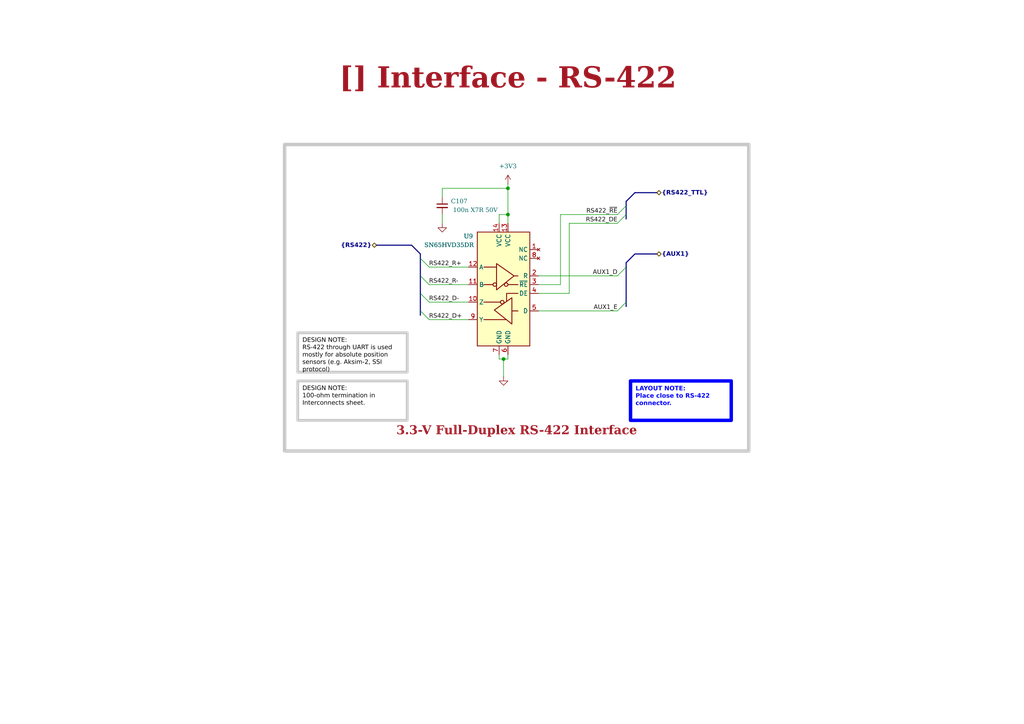
<source format=kicad_sch>
(kicad_sch
	(version 20231120)
	(generator "eeschema")
	(generator_version "8.0")
	(uuid "ea8c4f5e-7a49-4faf-a994-dbc85ed86b0a")
	(paper "A4")
	(title_block
		(title "Interface - RS-422")
		(date "2023-10-15")
		(rev "${REVISION}")
		(company "${COMPANY}")
	)
	(lib_symbols
		(symbol "0_interface_uart:SN65HVD35DR"
			(exclude_from_sim no)
			(in_bom yes)
			(on_board yes)
			(property "Reference" "U"
				(at -7.62 19.05 0)
				(effects
					(font
						(size 1.27 1.27)
					)
				)
			)
			(property "Value" "SN65HVD35DR"
				(at 10.16 -16.51 0)
				(effects
					(font
						(size 1.27 1.27)
					)
				)
			)
			(property "Footprint" "0_interface_uart:SOIC-14 5.4mm"
				(at 0 -22.86 0)
				(effects
					(font
						(size 1.27 1.27)
					)
					(hide yes)
				)
			)
			(property "Datasheet" "https://www.ti.com/lit/ds/symlink/sn65hvd30.pdf"
				(at 1.27 -26.67 0)
				(effects
					(font
						(size 1.27 1.27)
					)
					(hide yes)
				)
			)
			(property "Description" "Full-Duplex RS-485 Drivers and Receivers, DFN-10"
				(at 0 0 0)
				(effects
					(font
						(size 1.27 1.27)
					)
					(hide yes)
				)
			)
			(property "ki_keywords" "RS485 RS422 transceiver full duplex"
				(at 0 0 0)
				(effects
					(font
						(size 1.27 1.27)
					)
					(hide yes)
				)
			)
			(property "ki_fp_filters" "DFN*3x3mm*P0.5mm*"
				(at 0 0 0)
				(effects
					(font
						(size 1.27 1.27)
					)
					(hide yes)
				)
			)
			(symbol "SN65HVD35DR_0_1"
				(rectangle
					(start -7.62 17.78)
					(end 7.62 -15.24)
					(stroke
						(width 0.254)
						(type default)
					)
					(fill
						(type background)
					)
				)
			)
			(symbol "SN65HVD35DR_1_1"
				(circle
					(center -0.762 2.54)
					(radius 0.508)
					(stroke
						(width 0.254)
						(type default)
					)
					(fill
						(type none)
					)
				)
				(polyline
					(pts
						(xy -4.191 2.54) (xy -1.27 2.54)
					)
					(stroke
						(width 0.254)
						(type default)
					)
					(fill
						(type none)
					)
				)
				(polyline
					(pts
						(xy -2.54 -5.08) (xy -4.191 -5.08)
					)
					(stroke
						(width 0.254)
						(type default)
					)
					(fill
						(type none)
					)
				)
				(polyline
					(pts
						(xy -0.635 -7.62) (xy 5.715 -7.62)
					)
					(stroke
						(width 0.254)
						(type default)
					)
					(fill
						(type none)
					)
				)
				(polyline
					(pts
						(xy 0.889 -2.54) (xy 5.715 -2.54)
					)
					(stroke
						(width 0.254)
						(type default)
					)
					(fill
						(type none)
					)
				)
				(polyline
					(pts
						(xy 2.032 7.62) (xy 5.715 7.62)
					)
					(stroke
						(width 0.254)
						(type default)
					)
					(fill
						(type none)
					)
				)
				(polyline
					(pts
						(xy 3.048 2.54) (xy 5.715 2.54)
					)
					(stroke
						(width 0.254)
						(type default)
					)
					(fill
						(type none)
					)
				)
				(polyline
					(pts
						(xy -4.191 0) (xy -0.889 0) (xy -0.889 -2.286)
					)
					(stroke
						(width 0.254)
						(type default)
					)
					(fill
						(type none)
					)
				)
				(polyline
					(pts
						(xy -3.175 5.08) (xy -4.191 5.08) (xy -4.064 5.08)
					)
					(stroke
						(width 0.254)
						(type default)
					)
					(fill
						(type none)
					)
				)
				(polyline
					(pts
						(xy -2.413 -5.08) (xy -2.413 -1.27) (xy 2.667 -4.826) (xy -2.413 -8.89) (xy -2.413 -5.08)
					)
					(stroke
						(width 0.254)
						(type default)
					)
					(fill
						(type none)
					)
				)
				(polyline
					(pts
						(xy 2.032 4.826) (xy 2.032 8.636) (xy -3.048 5.08) (xy 2.032 1.016) (xy 2.032 4.826)
					)
					(stroke
						(width 0.254)
						(type default)
					)
					(fill
						(type none)
					)
				)
				(circle
					(center 0.381 -2.54)
					(radius 0.508)
					(stroke
						(width 0.254)
						(type default)
					)
					(fill
						(type none)
					)
				)
				(circle
					(center 2.54 2.54)
					(radius 0.508)
					(stroke
						(width 0.254)
						(type default)
					)
					(fill
						(type none)
					)
				)
				(pin no_connect line
					(at -10.16 12.7 0)
					(length 2.54)
					(name "NC"
						(effects
							(font
								(size 1.27 1.27)
							)
						)
					)
					(number "1"
						(effects
							(font
								(size 1.27 1.27)
							)
						)
					)
				)
				(pin output line
					(at 10.16 -2.54 180)
					(length 2.54)
					(name "Z"
						(effects
							(font
								(size 1.27 1.27)
							)
						)
					)
					(number "10"
						(effects
							(font
								(size 1.27 1.27)
							)
						)
					)
				)
				(pin input line
					(at 10.16 2.54 180)
					(length 2.54)
					(name "B"
						(effects
							(font
								(size 1.27 1.27)
							)
						)
					)
					(number "11"
						(effects
							(font
								(size 1.27 1.27)
							)
						)
					)
				)
				(pin input line
					(at 10.16 7.62 180)
					(length 2.54)
					(name "A"
						(effects
							(font
								(size 1.27 1.27)
							)
						)
					)
					(number "12"
						(effects
							(font
								(size 1.27 1.27)
							)
						)
					)
				)
				(pin power_in line
					(at -1.27 20.32 270)
					(length 2.54)
					(name "VCC"
						(effects
							(font
								(size 1.27 1.27)
							)
						)
					)
					(number "13"
						(effects
							(font
								(size 1.27 1.27)
							)
						)
					)
				)
				(pin power_in line
					(at 1.27 20.32 270)
					(length 2.54)
					(name "VCC"
						(effects
							(font
								(size 1.27 1.27)
							)
						)
					)
					(number "14"
						(effects
							(font
								(size 1.27 1.27)
							)
						)
					)
				)
				(pin output line
					(at -10.16 5.08 0)
					(length 2.54)
					(name "R"
						(effects
							(font
								(size 1.27 1.27)
							)
						)
					)
					(number "2"
						(effects
							(font
								(size 1.27 1.27)
							)
						)
					)
				)
				(pin input line
					(at -10.16 2.54 0)
					(length 2.54)
					(name "~{RE}"
						(effects
							(font
								(size 1.27 1.27)
							)
						)
					)
					(number "3"
						(effects
							(font
								(size 1.27 1.27)
							)
						)
					)
				)
				(pin input line
					(at -10.16 0 0)
					(length 2.54)
					(name "DE"
						(effects
							(font
								(size 1.27 1.27)
							)
						)
					)
					(number "4"
						(effects
							(font
								(size 1.27 1.27)
							)
						)
					)
				)
				(pin input line
					(at -10.16 -5.08 0)
					(length 2.54)
					(name "D"
						(effects
							(font
								(size 1.27 1.27)
							)
						)
					)
					(number "5"
						(effects
							(font
								(size 1.27 1.27)
							)
						)
					)
				)
				(pin power_in line
					(at -1.27 -17.78 90)
					(length 2.54)
					(name "GND"
						(effects
							(font
								(size 1.27 1.27)
							)
						)
					)
					(number "6"
						(effects
							(font
								(size 1.27 1.27)
							)
						)
					)
				)
				(pin power_in line
					(at 1.27 -17.78 90)
					(length 2.54)
					(name "GND"
						(effects
							(font
								(size 1.27 1.27)
							)
						)
					)
					(number "7"
						(effects
							(font
								(size 1.27 1.27)
							)
						)
					)
				)
				(pin no_connect line
					(at -10.16 10.16 0)
					(length 2.54)
					(name "NC"
						(effects
							(font
								(size 1.27 1.27)
							)
						)
					)
					(number "8"
						(effects
							(font
								(size 1.27 1.27)
							)
						)
					)
				)
				(pin output line
					(at 10.16 -7.62 180)
					(length 2.54)
					(name "Y"
						(effects
							(font
								(size 1.27 1.27)
							)
						)
					)
					(number "9"
						(effects
							(font
								(size 1.27 1.27)
							)
						)
					)
				)
			)
		)
		(symbol "Device:C_Small"
			(pin_numbers hide)
			(pin_names
				(offset 0.254) hide)
			(exclude_from_sim no)
			(in_bom yes)
			(on_board yes)
			(property "Reference" "C"
				(at 0.254 1.778 0)
				(effects
					(font
						(size 1.27 1.27)
					)
					(justify left)
				)
			)
			(property "Value" "C_Small"
				(at 0.254 -2.032 0)
				(effects
					(font
						(size 1.27 1.27)
					)
					(justify left)
				)
			)
			(property "Footprint" ""
				(at 0 0 0)
				(effects
					(font
						(size 1.27 1.27)
					)
					(hide yes)
				)
			)
			(property "Datasheet" "~"
				(at 0 0 0)
				(effects
					(font
						(size 1.27 1.27)
					)
					(hide yes)
				)
			)
			(property "Description" "Unpolarized capacitor, small symbol"
				(at 0 0 0)
				(effects
					(font
						(size 1.27 1.27)
					)
					(hide yes)
				)
			)
			(property "ki_keywords" "capacitor cap"
				(at 0 0 0)
				(effects
					(font
						(size 1.27 1.27)
					)
					(hide yes)
				)
			)
			(property "ki_fp_filters" "C_*"
				(at 0 0 0)
				(effects
					(font
						(size 1.27 1.27)
					)
					(hide yes)
				)
			)
			(symbol "C_Small_0_1"
				(polyline
					(pts
						(xy -1.524 -0.508) (xy 1.524 -0.508)
					)
					(stroke
						(width 0.3302)
						(type default)
					)
					(fill
						(type none)
					)
				)
				(polyline
					(pts
						(xy -1.524 0.508) (xy 1.524 0.508)
					)
					(stroke
						(width 0.3048)
						(type default)
					)
					(fill
						(type none)
					)
				)
			)
			(symbol "C_Small_1_1"
				(pin passive line
					(at 0 2.54 270)
					(length 2.032)
					(name "~"
						(effects
							(font
								(size 1.27 1.27)
							)
						)
					)
					(number "1"
						(effects
							(font
								(size 1.27 1.27)
							)
						)
					)
				)
				(pin passive line
					(at 0 -2.54 90)
					(length 2.032)
					(name "~"
						(effects
							(font
								(size 1.27 1.27)
							)
						)
					)
					(number "2"
						(effects
							(font
								(size 1.27 1.27)
							)
						)
					)
				)
			)
		)
		(symbol "power:+3V3"
			(power)
			(pin_names
				(offset 0)
			)
			(exclude_from_sim no)
			(in_bom yes)
			(on_board yes)
			(property "Reference" "#PWR"
				(at 0 -3.81 0)
				(effects
					(font
						(size 1.27 1.27)
					)
					(hide yes)
				)
			)
			(property "Value" "+3V3"
				(at 0 3.556 0)
				(effects
					(font
						(size 1.27 1.27)
					)
				)
			)
			(property "Footprint" ""
				(at 0 0 0)
				(effects
					(font
						(size 1.27 1.27)
					)
					(hide yes)
				)
			)
			(property "Datasheet" ""
				(at 0 0 0)
				(effects
					(font
						(size 1.27 1.27)
					)
					(hide yes)
				)
			)
			(property "Description" "Power symbol creates a global label with name \"+3V3\""
				(at 0 0 0)
				(effects
					(font
						(size 1.27 1.27)
					)
					(hide yes)
				)
			)
			(property "ki_keywords" "global power"
				(at 0 0 0)
				(effects
					(font
						(size 1.27 1.27)
					)
					(hide yes)
				)
			)
			(symbol "+3V3_0_1"
				(polyline
					(pts
						(xy -0.762 1.27) (xy 0 2.54)
					)
					(stroke
						(width 0)
						(type default)
					)
					(fill
						(type none)
					)
				)
				(polyline
					(pts
						(xy 0 0) (xy 0 2.54)
					)
					(stroke
						(width 0)
						(type default)
					)
					(fill
						(type none)
					)
				)
				(polyline
					(pts
						(xy 0 2.54) (xy 0.762 1.27)
					)
					(stroke
						(width 0)
						(type default)
					)
					(fill
						(type none)
					)
				)
			)
			(symbol "+3V3_1_1"
				(pin power_in line
					(at 0 0 90)
					(length 0) hide
					(name "+3V3"
						(effects
							(font
								(size 1.27 1.27)
							)
						)
					)
					(number "1"
						(effects
							(font
								(size 1.27 1.27)
							)
						)
					)
				)
			)
		)
		(symbol "power:GND"
			(power)
			(pin_names
				(offset 0)
			)
			(exclude_from_sim no)
			(in_bom yes)
			(on_board yes)
			(property "Reference" "#PWR"
				(at 0 -6.35 0)
				(effects
					(font
						(size 1.27 1.27)
					)
					(hide yes)
				)
			)
			(property "Value" "GND"
				(at 0 -3.81 0)
				(effects
					(font
						(size 1.27 1.27)
					)
				)
			)
			(property "Footprint" ""
				(at 0 0 0)
				(effects
					(font
						(size 1.27 1.27)
					)
					(hide yes)
				)
			)
			(property "Datasheet" ""
				(at 0 0 0)
				(effects
					(font
						(size 1.27 1.27)
					)
					(hide yes)
				)
			)
			(property "Description" "Power symbol creates a global label with name \"GND\" , ground"
				(at 0 0 0)
				(effects
					(font
						(size 1.27 1.27)
					)
					(hide yes)
				)
			)
			(property "ki_keywords" "global power"
				(at 0 0 0)
				(effects
					(font
						(size 1.27 1.27)
					)
					(hide yes)
				)
			)
			(symbol "GND_0_1"
				(polyline
					(pts
						(xy 0 0) (xy 0 -1.27) (xy 1.27 -1.27) (xy 0 -2.54) (xy -1.27 -1.27) (xy 0 -1.27)
					)
					(stroke
						(width 0)
						(type default)
					)
					(fill
						(type none)
					)
				)
			)
			(symbol "GND_1_1"
				(pin power_in line
					(at 0 0 270)
					(length 0) hide
					(name "GND"
						(effects
							(font
								(size 1.27 1.27)
							)
						)
					)
					(number "1"
						(effects
							(font
								(size 1.27 1.27)
							)
						)
					)
				)
			)
		)
	)
	(junction
		(at 146.05 104.14)
		(diameter 0)
		(color 0 0 0 0)
		(uuid "41b13aae-793b-4d71-9363-04e395836c86")
	)
	(junction
		(at 147.32 54.61)
		(diameter 0)
		(color 0 0 0 0)
		(uuid "5678c77c-55c0-4f63-b7e2-c038a5a67a61")
	)
	(junction
		(at 147.32 62.23)
		(diameter 0)
		(color 0 0 0 0)
		(uuid "70d56413-87f2-4fd4-b4a8-bab731d063b2")
	)
	(bus_entry
		(at 179.07 90.17)
		(size 2.54 -2.54)
		(stroke
			(width 0)
			(type default)
		)
		(uuid "0ee55ace-5508-47d3-abf1-6df616032e28")
	)
	(bus_entry
		(at 179.07 64.77)
		(size 2.54 -2.54)
		(stroke
			(width 0)
			(type default)
		)
		(uuid "31ce6b97-49ca-4ebd-ba01-5cf7f1fa63eb")
	)
	(bus_entry
		(at 179.07 62.23)
		(size 2.54 -2.54)
		(stroke
			(width 0)
			(type default)
		)
		(uuid "3b7f786e-4ce4-423a-8d12-981a8c9571ff")
	)
	(bus_entry
		(at 121.92 90.17)
		(size 2.54 2.54)
		(stroke
			(width 0)
			(type default)
		)
		(uuid "3c043b0a-e693-4991-8deb-452483e1d762")
	)
	(bus_entry
		(at 121.92 80.01)
		(size 2.54 2.54)
		(stroke
			(width 0)
			(type default)
		)
		(uuid "4310e43b-1887-4111-bd3d-23674d8604dc")
	)
	(bus_entry
		(at 121.92 74.93)
		(size 2.54 2.54)
		(stroke
			(width 0)
			(type default)
		)
		(uuid "444b5739-7f42-4a15-bd2c-80b94bb15aab")
	)
	(bus_entry
		(at 179.07 80.01)
		(size 2.54 -2.54)
		(stroke
			(width 0)
			(type default)
		)
		(uuid "c0a681e7-0112-4b4c-9bf9-903ce98b17f0")
	)
	(bus_entry
		(at 121.92 85.09)
		(size 2.54 2.54)
		(stroke
			(width 0)
			(type default)
		)
		(uuid "cc4be3f3-c3ac-4fbb-8fb8-de9926fd5958")
	)
	(wire
		(pts
			(xy 146.05 104.14) (xy 147.32 104.14)
		)
		(stroke
			(width 0)
			(type default)
		)
		(uuid "00199f0c-a3a7-44e6-98fd-921444f96596")
	)
	(wire
		(pts
			(xy 147.32 54.61) (xy 147.32 62.23)
		)
		(stroke
			(width 0)
			(type default)
		)
		(uuid "02b8faaa-ccbd-457f-9b30-3c999bfd07ac")
	)
	(wire
		(pts
			(xy 124.46 92.71) (xy 135.89 92.71)
		)
		(stroke
			(width 0)
			(type default)
		)
		(uuid "04be2095-540a-41a8-a25e-1276d29464f6")
	)
	(bus
		(pts
			(xy 184.15 73.66) (xy 181.61 76.2)
		)
		(stroke
			(width 0)
			(type default)
		)
		(uuid "10c3831b-9af1-41be-b76d-845a39f9a603")
	)
	(wire
		(pts
			(xy 124.46 82.55) (xy 135.89 82.55)
		)
		(stroke
			(width 0)
			(type default)
		)
		(uuid "113d9ebf-f756-4758-976b-50cfa0a3e1d3")
	)
	(bus
		(pts
			(xy 181.61 87.63) (xy 181.61 88.9)
		)
		(stroke
			(width 0)
			(type default)
		)
		(uuid "13a3a034-8d74-45cc-a98f-4592f412ade2")
	)
	(wire
		(pts
			(xy 144.78 104.14) (xy 144.78 102.87)
		)
		(stroke
			(width 0)
			(type default)
		)
		(uuid "20e1a266-3377-432f-a7cb-fc3fcb750325")
	)
	(wire
		(pts
			(xy 144.78 62.23) (xy 144.78 64.77)
		)
		(stroke
			(width 0)
			(type default)
		)
		(uuid "2709aad7-5597-49ee-acf7-c97731d71533")
	)
	(bus
		(pts
			(xy 121.92 80.01) (xy 121.92 85.09)
		)
		(stroke
			(width 0)
			(type default)
		)
		(uuid "2877ab09-c1be-41d8-9a11-bec3880d7b05")
	)
	(bus
		(pts
			(xy 121.92 73.66) (xy 121.92 74.93)
		)
		(stroke
			(width 0)
			(type default)
		)
		(uuid "2c96acfb-5420-4316-a277-bf203b7d6c4c")
	)
	(wire
		(pts
			(xy 156.21 80.01) (xy 179.07 80.01)
		)
		(stroke
			(width 0)
			(type default)
		)
		(uuid "33dd666b-fad1-4723-9a04-083ece8f1ed8")
	)
	(bus
		(pts
			(xy 121.92 74.93) (xy 121.92 80.01)
		)
		(stroke
			(width 0)
			(type default)
		)
		(uuid "38d2499a-372d-4ebe-8368-ac16e066a8f7")
	)
	(bus
		(pts
			(xy 119.38 71.12) (xy 121.92 73.66)
		)
		(stroke
			(width 0)
			(type default)
		)
		(uuid "3c5ca578-4bf5-472c-aaf3-6a69cc822967")
	)
	(bus
		(pts
			(xy 109.22 71.12) (xy 119.38 71.12)
		)
		(stroke
			(width 0)
			(type default)
		)
		(uuid "4486ada3-3191-4f4b-a8aa-4cb4cf698f81")
	)
	(bus
		(pts
			(xy 181.61 76.2) (xy 181.61 77.47)
		)
		(stroke
			(width 0)
			(type default)
		)
		(uuid "62597ff8-bffa-4450-8a84-921e4e8c8fd2")
	)
	(bus
		(pts
			(xy 181.61 62.23) (xy 181.61 63.5)
		)
		(stroke
			(width 0)
			(type default)
		)
		(uuid "64eac643-560f-44d2-a44d-3bc36e9708e4")
	)
	(wire
		(pts
			(xy 128.27 64.77) (xy 128.27 62.23)
		)
		(stroke
			(width 0)
			(type default)
		)
		(uuid "67222163-4554-4a54-b9bd-4814ebee4962")
	)
	(wire
		(pts
			(xy 128.27 54.61) (xy 147.32 54.61)
		)
		(stroke
			(width 0)
			(type default)
		)
		(uuid "717c5ba7-0736-4e76-98ac-09f9cf8a236c")
	)
	(wire
		(pts
			(xy 147.32 62.23) (xy 147.32 64.77)
		)
		(stroke
			(width 0)
			(type default)
		)
		(uuid "7fe6615e-dab7-4c07-b455-4a02dd10e5d1")
	)
	(wire
		(pts
			(xy 165.1 85.09) (xy 156.21 85.09)
		)
		(stroke
			(width 0)
			(type default)
		)
		(uuid "869808fa-3311-4341-ae39-1c3168bd7caf")
	)
	(wire
		(pts
			(xy 128.27 57.15) (xy 128.27 54.61)
		)
		(stroke
			(width 0)
			(type default)
		)
		(uuid "890c9a60-e5f6-41e7-8183-ac87b4eca840")
	)
	(bus
		(pts
			(xy 181.61 59.69) (xy 181.61 62.23)
		)
		(stroke
			(width 0)
			(type default)
		)
		(uuid "898add16-ff0b-4d53-845d-11ae3e55eae4")
	)
	(wire
		(pts
			(xy 124.46 87.63) (xy 135.89 87.63)
		)
		(stroke
			(width 0)
			(type default)
		)
		(uuid "8b401e81-af98-4786-bf24-a098db464f02")
	)
	(bus
		(pts
			(xy 184.15 55.88) (xy 181.61 58.42)
		)
		(stroke
			(width 0)
			(type default)
		)
		(uuid "8d605d90-b18e-4d50-9090-725cdf959a5f")
	)
	(wire
		(pts
			(xy 162.56 82.55) (xy 162.56 62.23)
		)
		(stroke
			(width 0)
			(type default)
		)
		(uuid "8d6ddfc2-f0c8-43bc-9133-27a661acfbfa")
	)
	(wire
		(pts
			(xy 124.46 77.47) (xy 135.89 77.47)
		)
		(stroke
			(width 0)
			(type default)
		)
		(uuid "8e6a9803-3157-49ec-9a6a-232715e532a3")
	)
	(bus
		(pts
			(xy 184.15 73.66) (xy 190.5 73.66)
		)
		(stroke
			(width 0)
			(type default)
		)
		(uuid "9359976b-9bd6-4d1f-8e30-bac21e79766c")
	)
	(bus
		(pts
			(xy 121.92 90.17) (xy 121.92 91.44)
		)
		(stroke
			(width 0)
			(type default)
		)
		(uuid "98a9f613-6ff7-42f1-9823-76984a0f1e48")
	)
	(wire
		(pts
			(xy 165.1 64.77) (xy 179.07 64.77)
		)
		(stroke
			(width 0)
			(type default)
		)
		(uuid "99083c7b-600c-4117-8b39-9d8b94e2e2b7")
	)
	(wire
		(pts
			(xy 147.32 102.87) (xy 147.32 104.14)
		)
		(stroke
			(width 0)
			(type default)
		)
		(uuid "9c8e99ca-8765-4803-af24-1714ad5f69c1")
	)
	(wire
		(pts
			(xy 162.56 62.23) (xy 179.07 62.23)
		)
		(stroke
			(width 0)
			(type default)
		)
		(uuid "b8fa7b0f-193c-4e9f-a9fe-d745aa973d40")
	)
	(wire
		(pts
			(xy 165.1 64.77) (xy 165.1 85.09)
		)
		(stroke
			(width 0)
			(type default)
		)
		(uuid "c461d0b9-99dd-40df-be08-8cd9d1a3342c")
	)
	(wire
		(pts
			(xy 156.21 90.17) (xy 179.07 90.17)
		)
		(stroke
			(width 0)
			(type default)
		)
		(uuid "cb9076e7-8587-46ea-b21f-0ce1561a01aa")
	)
	(bus
		(pts
			(xy 121.92 85.09) (xy 121.92 90.17)
		)
		(stroke
			(width 0)
			(type default)
		)
		(uuid "d1572b2f-c61f-42a1-8865-6416071b5994")
	)
	(wire
		(pts
			(xy 144.78 62.23) (xy 147.32 62.23)
		)
		(stroke
			(width 0)
			(type default)
		)
		(uuid "d3706863-0c78-4068-bef3-51a3cb29b984")
	)
	(bus
		(pts
			(xy 184.15 55.88) (xy 190.5 55.88)
		)
		(stroke
			(width 0)
			(type default)
		)
		(uuid "dc364b17-3b1b-4de3-a5da-0a6c73b52903")
	)
	(wire
		(pts
			(xy 156.21 82.55) (xy 162.56 82.55)
		)
		(stroke
			(width 0)
			(type default)
		)
		(uuid "e213a60b-ecb7-4b9b-93a3-7755410b77a0")
	)
	(bus
		(pts
			(xy 181.61 77.47) (xy 181.61 87.63)
		)
		(stroke
			(width 0)
			(type default)
		)
		(uuid "ebe4ae47-506c-4d73-980a-f5891576a815")
	)
	(bus
		(pts
			(xy 181.61 58.42) (xy 181.61 59.69)
		)
		(stroke
			(width 0)
			(type default)
		)
		(uuid "edb146eb-0ab5-44e6-ae59-7c2caace5f86")
	)
	(wire
		(pts
			(xy 147.32 53.34) (xy 147.32 54.61)
		)
		(stroke
			(width 0)
			(type default)
		)
		(uuid "ee96d5cd-5bad-47ba-be78-4338d4d70c7e")
	)
	(wire
		(pts
			(xy 146.05 104.14) (xy 144.78 104.14)
		)
		(stroke
			(width 0)
			(type default)
		)
		(uuid "f47a332d-8388-4b84-8724-e160fba50283")
	)
	(wire
		(pts
			(xy 146.05 109.22) (xy 146.05 104.14)
		)
		(stroke
			(width 0)
			(type default)
		)
		(uuid "f5b80b4f-e6c0-4605-852a-c613ae9566fd")
	)
	(rectangle
		(start 82.55 41.91)
		(end 217.17 130.81)
		(stroke
			(width 1)
			(type default)
			(color 200 200 200 1)
		)
		(fill
			(type none)
		)
		(uuid f8d2ae4c-c0f9-4388-aa8f-69ed2f57389d)
	)
	(text_box "LAYOUT NOTE:\nPlace close to RS-422 connector."
		(exclude_from_sim no)
		(at 182.88 110.49 0)
		(size 29.21 11.43)
		(stroke
			(width 1)
			(type solid)
			(color 0 0 255 1)
		)
		(fill
			(type none)
		)
		(effects
			(font
				(face "Arial")
				(size 1.27 1.27)
				(thickness 0.4)
				(bold yes)
				(color 0 0 255 1)
			)
			(justify left top)
		)
		(uuid "2062fa26-3463-481c-9bda-d9e69d4e3d15")
	)
	(text_box "DESIGN NOTE:\nRS-422 through UART is used mostly for absolute position sensors (e.g. Aksim-2, SSI protocol)"
		(exclude_from_sim no)
		(at 86.36 96.52 0)
		(size 31.75 11.43)
		(stroke
			(width 0.8)
			(type solid)
			(color 200 200 200 1)
		)
		(fill
			(type none)
		)
		(effects
			(font
				(face "Arial")
				(size 1.27 1.27)
				(color 0 0 0 1)
			)
			(justify left top)
		)
		(uuid "42017d90-04c3-455c-8e8e-9b068242d17e")
	)
	(text_box "DESIGN NOTE:\n100-ohm termination in Interconnects sheet."
		(exclude_from_sim no)
		(at 86.36 110.49 0)
		(size 31.75 11.43)
		(stroke
			(width 0.8)
			(type solid)
			(color 200 200 200 1)
		)
		(fill
			(type none)
		)
		(effects
			(font
				(face "Arial")
				(size 1.27 1.27)
				(color 0 0 0 1)
			)
			(justify left top)
		)
		(uuid "aaf6c798-9e22-4514-9f2c-fa1877fc0545")
	)
	(text_box "3.3-V Full-Duplex RS-422 Interface"
		(exclude_from_sim no)
		(at 83.82 119.38 0)
		(size 132.08 8.89)
		(stroke
			(width -0.0001)
			(type default)
		)
		(fill
			(type none)
		)
		(effects
			(font
				(face "Times New Roman")
				(size 2.54 2.54)
				(thickness 0.508)
				(bold yes)
				(color 162 22 34 1)
			)
			(justify bottom)
		)
		(uuid "c0a3a25c-2ad5-4f4a-8242-6059205fc2ad")
	)
	(text_box "[${#}] ${TITLE}"
		(exclude_from_sim no)
		(at 78.74 16.51 0)
		(size 137.16 12.7)
		(stroke
			(width -0.0001)
			(type default)
		)
		(fill
			(type none)
		)
		(effects
			(font
				(face "Times New Roman")
				(size 6 6)
				(thickness 1.2)
				(bold yes)
				(color 162 22 34 1)
			)
		)
		(uuid "c735f9ec-0378-4258-b9f8-5758c1a63810")
	)
	(label "RS422_~{RE}"
		(at 179.07 62.23 180)
		(fields_autoplaced yes)
		(effects
			(font
				(face "Arial")
				(size 1.27 1.27)
			)
			(justify right bottom)
		)
		(uuid "18bcdd2c-2520-46ad-9e79-8fbf55bb3cb3")
	)
	(label "RS422_D-"
		(at 124.46 87.63 0)
		(fields_autoplaced yes)
		(effects
			(font
				(face "Arial")
				(size 1.27 1.27)
			)
			(justify left bottom)
		)
		(uuid "1b97778c-1695-4be3-8cd2-3f82f23c0e34")
	)
	(label "RS422_D+"
		(at 124.46 92.71 0)
		(fields_autoplaced yes)
		(effects
			(font
				(face "Arial")
				(size 1.27 1.27)
			)
			(justify left bottom)
		)
		(uuid "44fe1f59-c0c9-46e6-9ea6-fe6f95f8435e")
	)
	(label "RS422_R+"
		(at 124.46 77.47 0)
		(fields_autoplaced yes)
		(effects
			(font
				(face "Arial")
				(size 1.27 1.27)
			)
			(justify left bottom)
		)
		(uuid "4b9bcdd5-d45f-4d6d-873c-3adf46f39b4d")
	)
	(label "AUX1_E"
		(at 179.07 90.17 180)
		(fields_autoplaced yes)
		(effects
			(font
				(face "Arial")
				(size 1.27 1.27)
			)
			(justify right bottom)
		)
		(uuid "4e9d9ef5-2423-4f6e-850a-400414e16a91")
	)
	(label "AUX1_D"
		(at 179.07 80.01 180)
		(fields_autoplaced yes)
		(effects
			(font
				(face "Arial")
				(size 1.27 1.27)
			)
			(justify right bottom)
		)
		(uuid "abef9605-c69a-47a8-9ffd-42b57aff8520")
	)
	(label "RS422_DE"
		(at 179.07 64.77 180)
		(fields_autoplaced yes)
		(effects
			(font
				(face "Arial")
				(size 1.27 1.27)
			)
			(justify right bottom)
		)
		(uuid "c3568532-9732-42b6-a64b-9f06d6b67482")
	)
	(label "RS422_R-"
		(at 124.46 82.55 0)
		(fields_autoplaced yes)
		(effects
			(font
				(face "Arial")
				(size 1.27 1.27)
			)
			(justify left bottom)
		)
		(uuid "e9397590-8039-465d-86a0-c106f70180d8")
	)
	(hierarchical_label "{RS422}"
		(shape bidirectional)
		(at 109.22 71.12 180)
		(fields_autoplaced yes)
		(effects
			(font
				(face "Arial")
				(size 1.27 1.27)
				(bold yes)
			)
			(justify right)
		)
		(uuid "2da82510-1a6f-4977-a60d-fe3e800c687f")
	)
	(hierarchical_label "{AUX1}"
		(shape bidirectional)
		(at 190.5 73.66 0)
		(fields_autoplaced yes)
		(effects
			(font
				(face "Arial")
				(size 1.27 1.27)
				(bold yes)
			)
			(justify left)
		)
		(uuid "4940b27b-48a7-4efb-a4dc-5ea2058e4354")
	)
	(hierarchical_label "{RS422_TTL}"
		(shape bidirectional)
		(at 190.5 55.88 0)
		(fields_autoplaced yes)
		(effects
			(font
				(face "Arial")
				(size 1.27 1.27)
				(bold yes)
			)
			(justify left)
		)
		(uuid "798d9341-dc5d-4cca-bbd6-6165d23ee3d4")
	)
	(symbol
		(lib_id "power:+3V3")
		(at 147.32 53.34 0)
		(unit 1)
		(exclude_from_sim no)
		(in_bom yes)
		(on_board yes)
		(dnp no)
		(fields_autoplaced yes)
		(uuid "6226abcd-0a72-40dc-8a0a-3da7e24d0dfc")
		(property "Reference" "#PWR054"
			(at 147.32 57.15 0)
			(effects
				(font
					(face "Times New Roman")
					(size 1.27 1.27)
				)
				(hide yes)
			)
		)
		(property "Value" "+3V3"
			(at 147.32 48.26 0)
			(effects
				(font
					(face "Times New Roman")
					(size 1.27 1.27)
				)
			)
		)
		(property "Footprint" ""
			(at 147.32 53.34 0)
			(effects
				(font
					(face "Times New Roman")
					(size 1.27 1.27)
				)
				(hide yes)
			)
		)
		(property "Datasheet" ""
			(at 147.32 53.34 0)
			(effects
				(font
					(face "Times New Roman")
					(size 1.27 1.27)
				)
				(hide yes)
			)
		)
		(property "Description" ""
			(at 147.32 53.34 0)
			(effects
				(font
					(face "Times New Roman")
					(size 1.27 1.27)
				)
				(hide yes)
			)
		)
		(pin "1"
			(uuid "73c4e0f3-a4d4-45d2-b8e0-f0732813c4cc")
		)
		(instances
			(project "pcb2blender_tmp"
				(path "/0650c7a8-acba-429c-9f8e-eec0baf0bc1c/fede4c36-00cc-4d3d-b71c-5243ba232202/a62105fd-dfaf-4ee0-a401-8aa0e7120758"
					(reference "#PWR054")
					(unit 1)
				)
			)
		)
	)
	(symbol
		(lib_id "Device:C_Small")
		(at 128.27 59.69 0)
		(unit 1)
		(exclude_from_sim no)
		(in_bom yes)
		(on_board yes)
		(dnp no)
		(fields_autoplaced yes)
		(uuid "7830bc81-589c-4c4e-a685-e4375d89ef62")
		(property "Reference" "C107"
			(at 130.81 58.4263 0)
			(effects
				(font
					(face "Times New Roman")
					(size 1.27 1.27)
				)
				(justify left)
			)
		)
		(property "Value" "100n X7R 50V"
			(at 130.81 60.9663 0)
			(effects
				(font
					(face "Times New Roman")
					(size 1.27 1.27)
				)
				(justify left)
			)
		)
		(property "Footprint" "0_capacitor_smd:C_0402_1005_DensityHigh"
			(at 128.27 59.69 0)
			(effects
				(font
					(face "Times New Roman")
					(size 1.27 1.27)
				)
				(hide yes)
			)
		)
		(property "Datasheet" "https://search.murata.co.jp/Ceramy/image/img/A01X/G101/ENG/GCM155R71H104KE02-01.pdf"
			(at 128.27 59.69 0)
			(effects
				(font
					(face "Times New Roman")
					(size 1.27 1.27)
				)
				(hide yes)
			)
		)
		(property "Description" "0.1 µF ±10% 50V Ceramic Capacitor X7R 0402 (1005 Metric)"
			(at 128.27 59.69 0)
			(effects
				(font
					(face "Times New Roman")
					(size 1.27 1.27)
				)
				(hide yes)
			)
		)
		(property "Supplier 1" "Digikey"
			(at 128.27 59.69 0)
			(effects
				(font
					(face "Times New Roman")
					(size 1.27 1.27)
				)
				(hide yes)
			)
		)
		(property "Supplier Part Number 1" "490-14514-1-ND"
			(at 128.27 59.69 0)
			(effects
				(font
					(face "Times New Roman")
					(size 1.27 1.27)
				)
				(hide yes)
			)
		)
		(property "manf" "Murata Electronics"
			(at 128.27 59.69 0)
			(effects
				(font
					(size 1.27 1.27)
				)
				(hide yes)
			)
		)
		(property "manf#" "GCM155R71H104KE02J"
			(at 128.27 59.69 0)
			(effects
				(font
					(size 1.27 1.27)
				)
				(hide yes)
			)
		)
		(pin "1"
			(uuid "73c892bf-77a2-4044-8125-47e6eaa0bc37")
		)
		(pin "2"
			(uuid "f488072c-0b40-4bc7-8101-c397c39d569d")
		)
		(instances
			(project "pcb2blender_tmp"
				(path "/0650c7a8-acba-429c-9f8e-eec0baf0bc1c/fede4c36-00cc-4d3d-b71c-5243ba232202/a62105fd-dfaf-4ee0-a401-8aa0e7120758"
					(reference "C107")
					(unit 1)
				)
			)
		)
	)
	(symbol
		(lib_id "power:GND")
		(at 128.27 64.77 0)
		(unit 1)
		(exclude_from_sim no)
		(in_bom yes)
		(on_board yes)
		(dnp no)
		(fields_autoplaced yes)
		(uuid "eb44b7c5-3329-42b3-9eeb-05b4d5995b6d")
		(property "Reference" "#PWR052"
			(at 128.27 71.12 0)
			(effects
				(font
					(face "Times New Roman")
					(size 1.27 1.27)
				)
				(hide yes)
			)
		)
		(property "Value" "GND"
			(at 128.27 69.85 0)
			(effects
				(font
					(face "Times New Roman")
					(size 1.27 1.27)
				)
				(hide yes)
			)
		)
		(property "Footprint" ""
			(at 128.27 64.77 0)
			(effects
				(font
					(face "Times New Roman")
					(size 1.27 1.27)
				)
				(hide yes)
			)
		)
		(property "Datasheet" ""
			(at 128.27 64.77 0)
			(effects
				(font
					(face "Times New Roman")
					(size 1.27 1.27)
				)
				(hide yes)
			)
		)
		(property "Description" ""
			(at 128.27 64.77 0)
			(effects
				(font
					(face "Times New Roman")
					(size 1.27 1.27)
				)
				(hide yes)
			)
		)
		(pin "1"
			(uuid "da1888d4-20cf-4dd7-8f0a-e433e143dbf7")
		)
		(instances
			(project "pcb2blender_tmp"
				(path "/0650c7a8-acba-429c-9f8e-eec0baf0bc1c/fede4c36-00cc-4d3d-b71c-5243ba232202/a62105fd-dfaf-4ee0-a401-8aa0e7120758"
					(reference "#PWR052")
					(unit 1)
				)
			)
		)
	)
	(symbol
		(lib_id "power:GND")
		(at 146.05 109.22 0)
		(unit 1)
		(exclude_from_sim no)
		(in_bom yes)
		(on_board yes)
		(dnp no)
		(fields_autoplaced yes)
		(uuid "f03fe810-c2cd-4daa-89dc-4978733f08bf")
		(property "Reference" "#PWR053"
			(at 146.05 115.57 0)
			(effects
				(font
					(face "Times New Roman")
					(size 1.27 1.27)
				)
				(hide yes)
			)
		)
		(property "Value" "GND"
			(at 146.05 114.3 0)
			(effects
				(font
					(face "Times New Roman")
					(size 1.27 1.27)
				)
				(hide yes)
			)
		)
		(property "Footprint" ""
			(at 146.05 109.22 0)
			(effects
				(font
					(face "Times New Roman")
					(size 1.27 1.27)
				)
				(hide yes)
			)
		)
		(property "Datasheet" ""
			(at 146.05 109.22 0)
			(effects
				(font
					(face "Times New Roman")
					(size 1.27 1.27)
				)
				(hide yes)
			)
		)
		(property "Description" ""
			(at 146.05 109.22 0)
			(effects
				(font
					(face "Times New Roman")
					(size 1.27 1.27)
				)
				(hide yes)
			)
		)
		(pin "1"
			(uuid "4f3a52d6-03bd-40f4-b352-3c344c014aeb")
		)
		(instances
			(project "pcb2blender_tmp"
				(path "/0650c7a8-acba-429c-9f8e-eec0baf0bc1c/fede4c36-00cc-4d3d-b71c-5243ba232202/a62105fd-dfaf-4ee0-a401-8aa0e7120758"
					(reference "#PWR053")
					(unit 1)
				)
			)
		)
	)
	(symbol
		(lib_id "0_interface_uart:SN65HVD35DR")
		(at 146.05 85.09 0)
		(mirror y)
		(unit 1)
		(exclude_from_sim no)
		(in_bom yes)
		(on_board yes)
		(dnp no)
		(uuid "fadb8f36-89de-42be-992e-0d85c012ce54")
		(property "Reference" "U9"
			(at 137.16 68.58 0)
			(effects
				(font
					(face "Times New Roman")
					(size 1.27 1.27)
				)
				(justify left)
			)
		)
		(property "Value" "SN65HVD35DR"
			(at 137.16 71.12 0)
			(effects
				(font
					(face "Times New Roman")
					(size 1.27 1.27)
				)
				(justify left)
			)
		)
		(property "Footprint" "0_package_SO:SOIC-14 5.4mm"
			(at 146.05 107.95 0)
			(effects
				(font
					(face "Times New Roman")
					(size 1.27 1.27)
				)
				(hide yes)
			)
		)
		(property "Datasheet" "https://www.ti.com/lit/ds/symlink/sn65hvd30.pdf"
			(at 144.78 111.76 0)
			(effects
				(font
					(face "Times New Roman")
					(size 1.27 1.27)
				)
				(hide yes)
			)
		)
		(property "Description" "SN65HVD3x 3.3-V Full-Duplex RS-485 Drivers and Receivers"
			(at 146.05 85.09 0)
			(effects
				(font
					(face "Times New Roman")
					(size 1.27 1.27)
				)
				(hide yes)
			)
		)
		(property "Supplier 1" "Digikey"
			(at 146.05 85.09 0)
			(effects
				(font
					(face "Times New Roman")
					(size 1.27 1.27)
				)
				(hide yes)
			)
		)
		(property "Supplier Part Number 1" "296-18706-1-ND"
			(at 146.05 85.09 0)
			(effects
				(font
					(face "Times New Roman")
					(size 1.27 1.27)
				)
				(hide yes)
			)
		)
		(property "manf" "Texas Instruments"
			(at 146.05 85.09 0)
			(effects
				(font
					(size 1.27 1.27)
				)
				(hide yes)
			)
		)
		(property "manf#" "SN65HVD35DR"
			(at 146.05 85.09 0)
			(effects
				(font
					(size 1.27 1.27)
				)
				(hide yes)
			)
		)
		(pin "1"
			(uuid "670b247e-57f1-418c-8cb7-66e9c911810c")
		)
		(pin "10"
			(uuid "a4912a21-bd8a-4bfc-9ed5-0c2ce7d5fac9")
		)
		(pin "11"
			(uuid "ead0bd9a-ebb6-4791-a973-9b43b6a85958")
		)
		(pin "12"
			(uuid "f4bbfea6-5bea-4ec5-854e-e7e61b93944e")
		)
		(pin "13"
			(uuid "a7ab31dc-d22f-4e55-9feb-75be87cf6522")
		)
		(pin "14"
			(uuid "16972310-1756-41c8-8cb4-211d932f75ab")
		)
		(pin "2"
			(uuid "640f6f42-4224-4e71-bed4-201cd99ffdc3")
		)
		(pin "3"
			(uuid "23ddf0ba-e73b-4ed2-92b8-763336f9553f")
		)
		(pin "4"
			(uuid "8abc498b-7828-408f-9aa4-66c3486f8a5a")
		)
		(pin "5"
			(uuid "25f56761-c7a4-4fc3-9fcc-18cd1376d10e")
		)
		(pin "6"
			(uuid "717a6002-98f1-4c9a-acc2-ec0f294d6ba0")
		)
		(pin "7"
			(uuid "1d283deb-abee-4258-b49a-dfbfb8fa089f")
		)
		(pin "8"
			(uuid "35ff11c9-30c3-470d-bec9-2c85582862fa")
		)
		(pin "9"
			(uuid "87094105-3ba0-48af-b37d-5fff7703123b")
		)
		(instances
			(project "pcb2blender_tmp"
				(path "/0650c7a8-acba-429c-9f8e-eec0baf0bc1c/fede4c36-00cc-4d3d-b71c-5243ba232202/a62105fd-dfaf-4ee0-a401-8aa0e7120758"
					(reference "U9")
					(unit 1)
				)
			)
		)
	)
)

</source>
